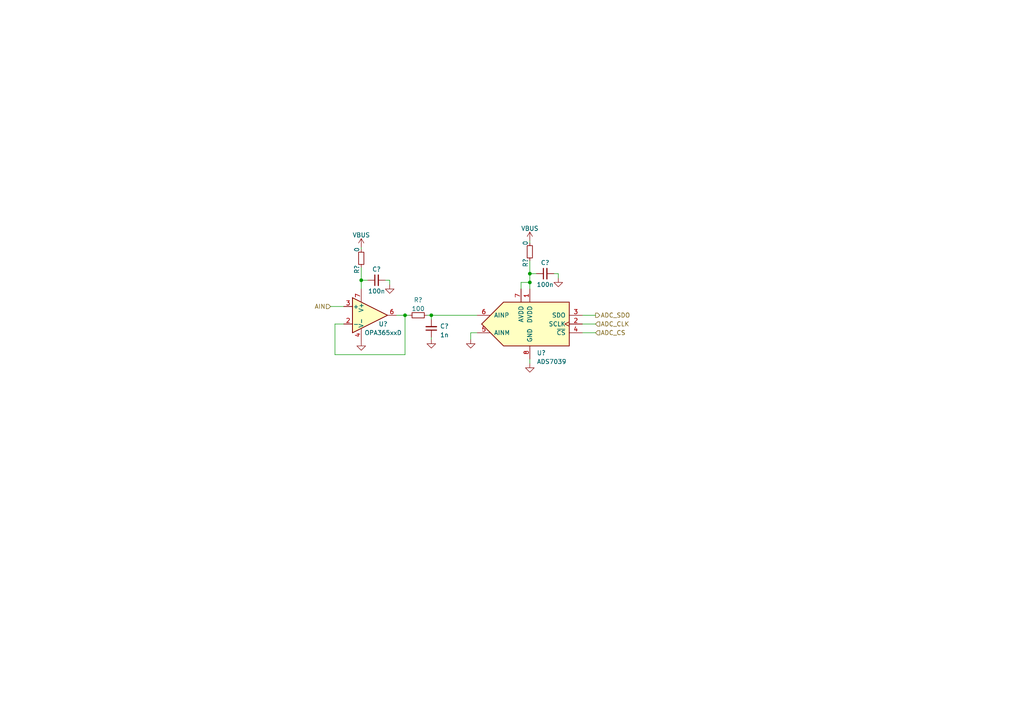
<source format=kicad_sch>
(kicad_sch (version 20211123) (generator eeschema)
  (paper "A4")
  (lib_symbols
    (symbol "Amplifier_Operational:OPA365xxD" (pin_names (offset 0.127))
      (property "Reference" "U" (at 0 6.35 0))
      (property "Value" "OPA365xxD" (at 0 3.81 0))
      (symbol "OPA365xxD_0_1"
        (polyline (pts (xy -5.08 5.08) (xy 5.08 0) (xy -5.08 -5.08) (xy -5.08 5.08)) (stroke (width 0.254)) (fill (type background)))
      )
      (symbol "OPA365xxD_1_1"
        (pin no_connect line (at -2.54 2.54 270) (length 2.54) hide (name "NC") (number "1"))
        (pin input line (at -7.62 -2.54 0) (length 2.54) (name "-") (number "2"))
        (pin input line (at -7.62 2.54 0) (length 2.54) (name "+") (number "3"))
        (pin power_in line (at -2.54 -7.62 90) (length 3.81) (name "V-") (number "4"))
        (pin no_connect line (at 0 2.54 270) (length 2.54) hide (name "NC") (number "5"))
        (pin output line (at 7.62 0 180) (length 2.54) (name "~") (number "6"))
        (pin power_in line (at -2.54 7.62 270) (length 3.81) (name "V+") (number "7"))
        (pin no_connect line (at 0 -2.54 90) (length 2.54) hide (name "NC") (number "8"))
      )
    )
    (symbol "Analog_ADC:ADS7039" (pin_names (offset 1.016))
      (property "Reference" "U" (at -7.62 -7.62 0))
      (property "Value" "ADS7039" (at 2.54 -7.62 0))
      (symbol "ADS7039_0_1"
        (polyline (pts (xy -13.97 0) (xy -7.62 6.35) (xy 11.43 6.35) (xy 11.43 -6.35) (xy -7.62 -6.35) (xy -13.97 0)) (stroke (width 0.254)) (fill (type background)))
      )
      (symbol "ADS7039_1_1"
        (pin power_in line (at 0 10.16 270) (length 3.81) (name "DVDD") (number "1"))
        (pin input clock (at 15.24 0 180) (length 3.81) (name "SCLK") (number "2"))
        (pin output line (at 15.24 2.54 180) (length 3.81) (name "SDO") (number "3"))
        (pin input line (at 15.24 -2.54 180) (length 3.81) (name "~{CS}") (number "4"))
        (pin input line (at -15.24 -2.54 0) (length 3.81) (name "AINM") (number "5"))
        (pin input line (at -15.24 2.54 0) (length 3.81) (name "AINP") (number "6"))
        (pin power_in line (at -2.54 10.16 270) (length 3.81) (name "AVDD") (number "7"))
        (pin power_in line (at 0 -10.16 90) (length 3.81) (name "GND") (number "8"))
      )
    )
    (symbol "Device:C_Small" (pin_numbers hide) (pin_names (offset 0.254) hide)
      (property "Reference" "C" (at 0.254 1.778 0))
      (property "Value" "C_Small" (at 0.254 -2.032 0))
      (symbol "C_Small_0_1"
        (polyline (pts (xy -1.524 -0.508) (xy 1.524 -0.508)) (stroke (width 0.3302)))
        (polyline (pts (xy -1.524 0.508) (xy 1.524 0.508)) (stroke (width 0.3048)))
      )
      (symbol "C_Small_1_1"
        (pin passive line (at 0 2.54 270) (length 2.032) (name "~") (number "1"))
        (pin passive line (at 0 -2.54 90) (length 2.032) (name "~") (number "2"))
      )
    )
    (symbol "Device:R_Small" (pin_numbers hide) (pin_names (offset 0.254) hide)
      (property "Reference" "R" (at 0.762 0.508 0))
      (property "Value" "R_Small" (at 0.762 -1.016 0))
      (symbol "R_Small_0_1"
        (rectangle (start -0.762 1.778) (end 0.762 -1.778) (stroke (width 0.2032)))
      )
      (symbol "R_Small_1_1"
        (pin passive line (at 0 2.54 270) (length 0.762) (name "~") (number "1"))
        (pin passive line (at 0 -2.54 90) (length 0.762) (name "~") (number "2"))
      )
    )
    (symbol "power:GND" (power) (pin_names (offset 0))
      (property "Value" "GND" (at 0 -3.81 0))
      (symbol "GND_0_1"
        (polyline (pts (xy 0 0) (xy 0 -1.27) (xy 1.27 -1.27) (xy 0 -2.54) (xy -1.27 -1.27) (xy 0 -1.27)))
      )
      (symbol "GND_1_1"
        (pin power_in line (at 0 0 270) (length 0) hide (name "GND") (number "1"))
      )
    )
    (symbol "power:VBUS" (power) (pin_names (offset 0))
      (property "Value" "VBUS" (at 0 3.81 0))
      (symbol "VBUS_0_1"
        (polyline (pts (xy -0.762 1.27) (xy 0 2.54)))
        (polyline (pts (xy 0 0) (xy 0 2.54)))
        (polyline (pts (xy 0 2.54) (xy 0.762 1.27)))
      )
      (symbol "VBUS_1_1"
        (pin power_in line (at 0 0 90) (length 0) hide (name "VBUS") (number "1"))
      )
    )
  )
  (junction (at 117.475 91.44))
  (junction (at 153.67 79.375))
  (junction (at 153.67 81.915))
  (junction (at 125.095 91.44))
  (junction (at 104.775 81.28))
  (wire (pts (xy 153.67 75.565) (xy 153.67 79.375)))
  (wire (pts (xy 161.925 79.375) (xy 161.925 80.645)))
  (wire (pts (xy 136.525 96.52) (xy 136.525 98.425)))
  (wire (pts (xy 104.775 81.28) (xy 104.775 83.82)))
  (wire (pts (xy 151.13 81.915) (xy 153.67 81.915)))
  (wire (pts (xy 97.155 93.98) (xy 97.155 102.87)))
  (wire (pts (xy 168.91 96.52) (xy 172.72 96.52)))
  (wire (pts (xy 104.775 77.47) (xy 104.775 81.28)))
  (wire (pts (xy 123.825 91.44) (xy 125.095 91.44)))
  (wire (pts (xy 153.67 104.14) (xy 153.67 105.41)))
  (wire (pts (xy 153.67 81.915) (xy 153.67 83.82)))
  (wire (pts (xy 153.67 69.85) (xy 153.67 70.485)))
  (wire (pts (xy 125.095 92.71) (xy 125.095 91.44)))
  (wire (pts (xy 97.155 102.87) (xy 117.475 102.87)))
  (wire (pts (xy 117.475 91.44) (xy 114.935 91.44)))
  (wire (pts (xy 95.885 88.9) (xy 99.695 88.9)))
  (wire (pts (xy 104.775 71.755) (xy 104.775 72.39)))
  (wire (pts (xy 153.67 79.375) (xy 155.575 79.375)))
  (wire (pts (xy 104.775 81.28) (xy 106.68 81.28)))
  (wire (pts (xy 168.91 93.98) (xy 172.72 93.98)))
  (wire (pts (xy 113.03 81.28) (xy 113.03 82.55)))
  (wire (pts (xy 125.095 97.79) (xy 125.095 98.425)))
  (wire (pts (xy 117.475 91.44) (xy 118.745 91.44)))
  (wire (pts (xy 111.76 81.28) (xy 113.03 81.28)))
  (wire (pts (xy 138.43 96.52) (xy 136.525 96.52)))
  (wire (pts (xy 151.13 83.82) (xy 151.13 81.915)))
  (wire (pts (xy 99.695 93.98) (xy 97.155 93.98)))
  (wire (pts (xy 168.91 91.44) (xy 172.72 91.44)))
  (wire (pts (xy 153.67 79.375) (xy 153.67 81.915)))
  (wire (pts (xy 160.655 79.375) (xy 161.925 79.375)))
  (wire (pts (xy 117.475 102.87) (xy 117.475 91.44)))
  (wire (pts (xy 125.095 91.44) (xy 138.43 91.44)))
  (hierarchical_label "AIN" (shape input) (at 95.885 88.9 180))
  (hierarchical_label "ADC_SDO" (shape output) (at 172.72 91.44 0))
  (hierarchical_label "ADC_CS" (shape input) (at 172.72 96.52 0))
  (hierarchical_label "ADC_CLK" (shape input) (at 172.72 93.98 0))
  (symbol (lib_id "power:GND") (at 153.67 105.41 0) (unit 1)
    (property "Reference" "#PWR?" (effects hide))
    (property "Value" "GND" (effects hide))
  )
  (symbol (lib_id "power:GND") (at 136.525 98.425 0) (unit 1)
    (property "Reference" "#PWR?" (effects hide))
    (property "Value" "GND" (effects hide))
  )
  (symbol (lib_id "Device:R_Small") (at 121.285 91.44 90) (unit 1)
    (property "Reference" "R?" (at 121.285 87.0036 90))
    (property "Value" "100" (at 121.285 89.5405 90))
    (property "Footprint" "Resistor_SMD:R_0402_1005Metric" (effects hide))
  )
  (symbol (lib_id "power:VBUS") (at 153.67 69.85 0) (mirror y) (unit 1)
    (property "Reference" "#PWR?" (effects hide))
    (property "Value" "VBUS" (at 153.67 66.2742 0))
  )
  (symbol (lib_id "power:VBUS") (at 104.775 71.755 0) (mirror y) (unit 1)
    (property "Reference" "#PWR?" (effects hide))
    (property "Value" "VBUS" (at 104.775 68.1792 0))
  )
  (symbol (lib_id "power:GND") (at 104.775 99.06 0) (unit 1)
    (property "Reference" "#PWR?" (effects hide))
    (property "Value" "GND" (effects hide))
  )
  (symbol (lib_id "Amplifier_Operational:OPA365xxD") (at 107.315 91.44 0) (unit 1)
    (property "Reference" "U?" (at 111.125 93.9831 0))
    (property "Value" "OPA365xxD" (at 111.125 96.52 0))
    (property "Footprint" "Package_SO:SOIC-8_3.9x4.9mm_P1.27mm" (effects hide))
    (property "Datasheet" "http://www.ti.com/lit/ds/symlink/opa365.pdf" (effects hide))
  )
  (symbol (lib_id "Device:C_Small") (at 109.22 81.28 90) (unit 1)
    (property "Reference" "C?" (at 109.22 78.105 90))
    (property "Value" "100n" (at 109.22 84.455 90))
    (property "Footprint" "Capacitor_SMD:C_0402_1005Metric" (effects hide))
  )
  (symbol (lib_id "Device:C_Small") (at 125.095 95.25 180) (unit 1)
    (property "Reference" "C?" (at 128.905 94.615 0))
    (property "Value" "1n" (at 128.905 97.155 0))
    (property "Footprint" "Capacitor_SMD:C_0402_1005Metric" (effects hide))
  )
  (symbol (lib_id "power:GND") (at 161.925 80.645 0) (unit 1)
    (property "Reference" "#PWR?" (effects hide))
    (property "Value" "GND" (effects hide))
  )
  (symbol (lib_id "power:GND") (at 113.03 82.55 0) (unit 1)
    (property "Reference" "#PWR?" (effects hide))
    (property "Value" "GND" (effects hide))
  )
  (symbol (lib_id "Analog_ADC:ADS7039") (at 153.67 93.98 0) (unit 1)
    (property "Reference" "U?" (at 155.6894 102.3604 0) (effects (justify left)))
    (property "Value" "ADS7039" (at 155.6894 104.8973 0) (effects (justify left)))
    (property "Footprint" "Package_SO:VSSOP-8_2.3x2mm_P0.5mm" (effects hide))
    (property "Datasheet" "http://www.ti.com/lit/ds/symlink/ads7039-q1.pdf" (effects hide))
    (property "Price" "1,96" (effects hide))
    (property "Stock" "0" (effects hide))
    (property "Store Ref" "595-ADS7039QDCURQ1" (effects hide))
  )
  (symbol (lib_id "Device:R_Small") (at 104.775 74.93 180) (unit 1)
    (property "Reference" "R?" (at 103.505 76.835 90) (effects (justify left)))
    (property "Value" "0" (at 103.505 72.39 90))
    (property "Footprint" "Resistor_SMD:R_0402_1005Metric" (effects hide))
  )
  (symbol (lib_id "Device:C_Small") (at 158.115 79.375 90) (unit 1)
    (property "Reference" "C?" (at 158.115 76.2 90))
    (property "Value" "100n" (at 158.115 82.55 90))
    (property "Footprint" "Capacitor_SMD:C_0402_1005Metric" (effects hide))
  )
  (symbol (lib_id "Device:R_Small") (at 153.67 73.025 180) (unit 1)
    (property "Reference" "R?" (at 152.4 74.93 90) (effects (justify left)))
    (property "Value" "0" (at 152.4 70.485 90))
    (property "Footprint" "Resistor_SMD:R_0402_1005Metric" (effects hide))
  )
  (symbol (lib_id "power:GND") (at 125.095 98.425 0) (unit 1)
    (property "Reference" "#PWR?" (effects hide))
    (property "Value" "GND" (effects hide))
  )
)
</source>
